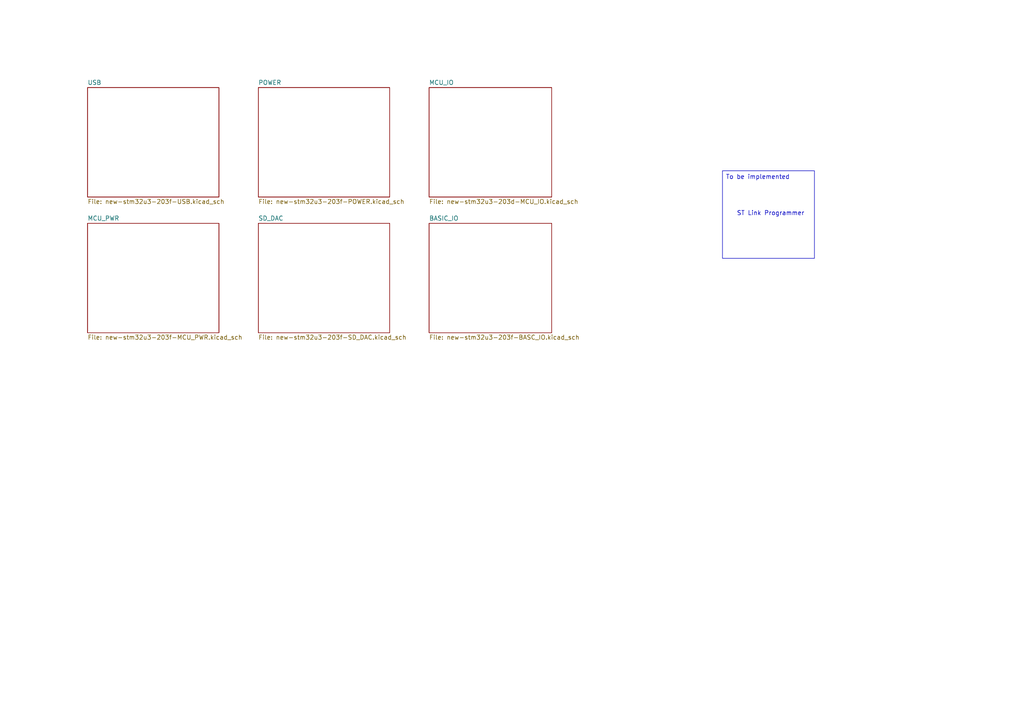
<source format=kicad_sch>
(kicad_sch
	(version 20250114)
	(generator "eeschema")
	(generator_version "9.0")
	(uuid "133609ce-1e1a-4c9a-bce3-37a0219dc965")
	(paper "A4")
	(lib_symbols)
	(text "ST Link Programmer\n"
		(exclude_from_sim no)
		(at 223.52 61.976 0)
		(effects
			(font
				(size 1.27 1.27)
			)
		)
		(uuid "bdb36c44-a3f0-44b2-918c-719b08773aa6")
	)
	(text_box "To be implemented"
		(exclude_from_sim no)
		(at 209.55 49.53 0)
		(size 26.67 25.4)
		(margins 0.9525 0.9525 0.9525 0.9525)
		(stroke
			(width 0)
			(type solid)
		)
		(fill
			(type none)
		)
		(effects
			(font
				(size 1.27 1.27)
			)
			(justify left top)
		)
		(uuid "725244f7-cbd0-42bb-91f6-a8f170ddc264")
	)
	(sheet
		(at 124.46 25.4)
		(size 35.56 31.75)
		(exclude_from_sim no)
		(in_bom yes)
		(on_board yes)
		(dnp no)
		(fields_autoplaced yes)
		(stroke
			(width 0.1524)
			(type solid)
		)
		(fill
			(color 0 0 0 0.0000)
		)
		(uuid "2a65a93f-e384-446c-b635-357d5c94d301")
		(property "Sheetname" "MCU_IO"
			(at 124.46 24.6884 0)
			(effects
				(font
					(size 1.27 1.27)
				)
				(justify left bottom)
			)
		)
		(property "Sheetfile" "new-stm32u3-203d-MCU_IO.kicad_sch"
			(at 124.46 57.7346 0)
			(effects
				(font
					(size 1.27 1.27)
				)
				(justify left top)
			)
		)
		(instances
			(project "new-stm32u3-203f"
				(path "/133609ce-1e1a-4c9a-bce3-37a0219dc965"
					(page "4")
				)
			)
		)
	)
	(sheet
		(at 25.4 25.4)
		(size 38.1 31.75)
		(exclude_from_sim no)
		(in_bom yes)
		(on_board yes)
		(dnp no)
		(fields_autoplaced yes)
		(stroke
			(width 0.1524)
			(type solid)
		)
		(fill
			(color 0 0 0 0.0000)
		)
		(uuid "34bad8bb-28b3-48fe-82c5-aa0a12365f06")
		(property "Sheetname" "USB"
			(at 25.4 24.6884 0)
			(effects
				(font
					(size 1.27 1.27)
				)
				(justify left bottom)
			)
		)
		(property "Sheetfile" "new-stm32u3-203f-USB.kicad_sch"
			(at 25.4 57.7346 0)
			(effects
				(font
					(size 1.27 1.27)
				)
				(justify left top)
			)
		)
		(instances
			(project "new-stm32u3-203f"
				(path "/133609ce-1e1a-4c9a-bce3-37a0219dc965"
					(page "2")
				)
			)
		)
	)
	(sheet
		(at 25.4 64.77)
		(size 38.1 31.75)
		(exclude_from_sim no)
		(in_bom yes)
		(on_board yes)
		(dnp no)
		(fields_autoplaced yes)
		(stroke
			(width 0.1524)
			(type solid)
		)
		(fill
			(color 0 0 0 0.0000)
		)
		(uuid "407812d1-daed-40c5-804c-fa3fb5afc6ba")
		(property "Sheetname" "MCU_PWR"
			(at 25.4 64.0584 0)
			(effects
				(font
					(size 1.27 1.27)
				)
				(justify left bottom)
			)
		)
		(property "Sheetfile" "new-stm32u3-203f-MCU_PWR.kicad_sch"
			(at 25.4 97.1046 0)
			(effects
				(font
					(size 1.27 1.27)
				)
				(justify left top)
			)
		)
		(instances
			(project "new-stm32u3-203f"
				(path "/133609ce-1e1a-4c9a-bce3-37a0219dc965"
					(page "5")
				)
			)
		)
	)
	(sheet
		(at 74.93 64.77)
		(size 38.1 31.75)
		(exclude_from_sim no)
		(in_bom yes)
		(on_board yes)
		(dnp no)
		(fields_autoplaced yes)
		(stroke
			(width 0.1524)
			(type solid)
		)
		(fill
			(color 0 0 0 0.0000)
		)
		(uuid "49a9cbf9-29bc-4a77-9598-c8f6f4d868fe")
		(property "Sheetname" "SD_DAC"
			(at 74.93 64.0584 0)
			(effects
				(font
					(size 1.27 1.27)
				)
				(justify left bottom)
			)
		)
		(property "Sheetfile" "new-stm32u3-203f-SD_DAC.kicad_sch"
			(at 74.93 97.1046 0)
			(effects
				(font
					(size 1.27 1.27)
				)
				(justify left top)
			)
		)
		(instances
			(project "new-stm32u3-203f"
				(path "/133609ce-1e1a-4c9a-bce3-37a0219dc965"
					(page "6")
				)
			)
		)
	)
	(sheet
		(at 124.46 64.77)
		(size 35.56 31.75)
		(exclude_from_sim no)
		(in_bom yes)
		(on_board yes)
		(dnp no)
		(fields_autoplaced yes)
		(stroke
			(width 0.1524)
			(type solid)
		)
		(fill
			(color 0 0 0 0.0000)
		)
		(uuid "a57027d5-fbd0-4343-9861-c673f36254bb")
		(property "Sheetname" "BASIC_IO"
			(at 124.46 64.0584 0)
			(effects
				(font
					(size 1.27 1.27)
				)
				(justify left bottom)
			)
		)
		(property "Sheetfile" "new-stm32u3-203f-BASC_IO.kicad_sch"
			(at 124.46 97.1046 0)
			(effects
				(font
					(size 1.27 1.27)
				)
				(justify left top)
			)
		)
		(instances
			(project "new-stm32u3-203f"
				(path "/133609ce-1e1a-4c9a-bce3-37a0219dc965"
					(page "7")
				)
			)
		)
	)
	(sheet
		(at 74.93 25.4)
		(size 38.1 31.75)
		(exclude_from_sim no)
		(in_bom yes)
		(on_board yes)
		(dnp no)
		(fields_autoplaced yes)
		(stroke
			(width 0.1524)
			(type solid)
		)
		(fill
			(color 0 0 0 0.0000)
		)
		(uuid "fbdd0d38-3709-4a96-99fb-af9d998b7f91")
		(property "Sheetname" "POWER"
			(at 74.93 24.6884 0)
			(effects
				(font
					(size 1.27 1.27)
				)
				(justify left bottom)
			)
		)
		(property "Sheetfile" "new-stm32u3-203f-POWER.kicad_sch"
			(at 74.93 57.7346 0)
			(effects
				(font
					(size 1.27 1.27)
				)
				(justify left top)
			)
		)
		(instances
			(project "new-stm32u3-203f"
				(path "/133609ce-1e1a-4c9a-bce3-37a0219dc965"
					(page "3")
				)
			)
		)
	)
	(sheet_instances
		(path "/"
			(page "1")
		)
	)
	(embedded_fonts no)
)

</source>
